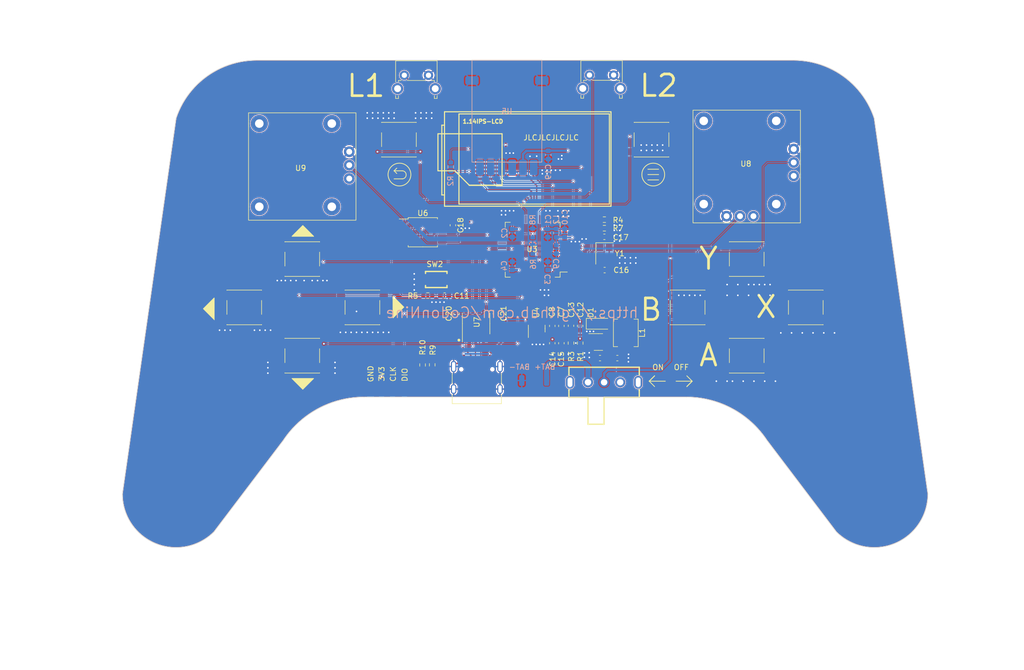
<source format=kicad_pcb>
(kicad_pcb (version 20221018) (generator pcbnew)
  (layers (0 "F.Cu" mixed) (1 "In1.Cu" power "In1.Pwr") (2 "In2.Cu" power "In2.GND") (31 "B.Cu" signal) (34 "B.Paste" user) (35 "F.Paste" user) (36 "B.SilkS" user "B.Silkscreen") (37 "F.SilkS" user "F.Silkscreen") (38 "B.Mask" user) (39 "F.Mask" user) (44 "Edge.Cuts" user))
  (net 0 "")
  (net 1 "+3.3V")
  (net 2 "GND")
  (net 3 "+BATT")
  (net 4 "+5V")
  (net 5 "+3.3VA")
  (net 6 "/RST")
  (net 7 "/OSC_IN")
  (net 8 "/OSC_OUT")
  (net 9 "Net-(U7-V3)")
  (net 10 "/SW")
  (net 11 "+VDC")
  (net 12 "/D+")
  (net 13 "/D-")
  (net 14 "/FB")
  (net 15 "/SPI1_SCL")
  (net 16 "/AD_BATT")
  (net 17 "/BOOT0")
  (net 18 "/BOOT1")
  (net 22 "/S1")
  (net 23 "/S2")
  (net 24 "/S3")
  (net 25 "/S4")
  (net 26 "/S5")
  (net 27 "/S6")
  (net 28 "/S7")
  (net 29 "/S8")
  (net 30 "/S9")
  (net 31 "/S10")
  (net 32 "/S11")
  (net 33 "/S12")
  (net 37 "/SPI1_SDA")
  (net 38 "/SPI2_SCL")
  (net 39 "/RS")
  (net 40 "/RES")
  (net 41 "/CS1")
  (net 45 "/AD1")
  (net 46 "/AD2")
  (net 47 "/AD3")
  (net 48 "/2.4G_RST")
  (net 49 "/CE")
  (net 50 "/USART2_TX")
  (net 51 "/USART2_RX")
  (net 55 "/CS2")
  (net 56 "/SPI2_MISO")
  (net 57 "/SPI2_MOSI")
  (net 59 "/USART1_TX")
  (net 60 "/USART1_RX")
  (net 73 "/SWCLK")
  (net 74 "/SWDIO")
  (net 76 "Net-(J7-CC2)")
  (net 78 "Net-(J7-CC1)")
  (footprint "Package_SO:SOIC-8_5.23x5.23mm_P1.27mm" (layer "F.Cu") (at 130.95 96.25)
    (fp_text reference "U6")
    (fp_text value "W25Q128JVS")
  )
  (footprint "Package_QFP:LQFP-64_10x10mm_P0.5mm" (layer "F.Cu") (at 151.4 99.5 180)
    (fp_text reference "U3")
    (fp_text value "STM32F103RCTx")
  )
  (footprint "Package_TO_SOT_SMD:SOT-23-6" (layer "F.Cu") (at 163.6375 116.7)
    (fp_text reference "U1" hide)
    (fp_text value "SX1308")
  )
  (footprint "Connector_Wire:SolderWirePad_1x01_SMD_1x2mm" (layer "F.Cu") (at 127.518334 125.725 180)
    (fp_text reference "J3" hide)
    (fp_text value "Conn_01x01_Pin")
  )
  (footprint "Crystal:Crystal_SMD_3225-4Pin_3.2x2.5mm" (layer "F.Cu") (at 164.8 100.2 -90)
    (fp_text reference "Y1")
    (fp_text value "8M")
  )
  (footprint "Button_Switch_SMD:SW_Push_1P1T_NO_6x6mm_H9.5mm" (layer "F.Cu") (at 173.525 79)
    (fp_text reference "SW11" hide)
    (fp_text value "SW_Push")
  )
  (footprint "Button_Switch_THT:SW-TH_SK12F14G5" (layer "F.Cu") (at 164.7 124.2)
    (fp_text reference "SW1" hide)
    (fp_text value "SK12F14G5")
  )
  (footprint "Resistor_SMD:R_0603_1608Metric" (layer "F.Cu") (at 164.75 93.9 180)
    (fp_text reference "R4")
    (fp_text value "150k")
  )
  (footprint "Capacitor_SMD:C_0603_1608Metric" (layer "F.Cu") (at 164.8 103.3)
    (fp_text reference "C16")
    (fp_text value "22p")
  )
  (footprint "Inductor_SMD:L_Chilisin_BMRA00040420" (layer "F.Cu") (at 168.7375 115 -90)
    (fp_text reference "L1")
    (fp_text value "L")
  )
  (footprint "Capacitor_SMD:C_0603_1608Metric" (layer "F.Cu") (at 155.05 113.7 -90)
    (fp_text reference "C8")
    (fp_text value "22u")
  )
  (footprint "Connector_USB:USB_C_Receptacle_G-Switch_GT-USB-7010ASV" (layer "F.Cu") (at 141 124.4)
    (fp_text reference "J7" hide)
    (fp_text value "USB_C_Receptacle_USB2.0")
  )
  (footprint "Capacitor_SMD:C_0603_1608Metric" (layer "F.Cu") (at 160.2375 113.7 -90)
    (fp_text reference "C12")
    (fp_text value "10u")
  )
  (footprint "Diode_SMD:D_SOD-123" (layer "F.Cu") (at 163.7375 113.3)
    (fp_text reference "D1")
    (fp_text value "D")
  )
  (footprint "Button_Switch_SMD:SW_Push_1P1T_NO_6x6mm_H9.5mm" (layer "F.Cu") (at 202.25 110.25)
    (fp_text reference "SW10" hide)
    (fp_text value "SW_Push")
  )
  (footprint "Package_SO:SOP-8_3.9x4.9mm_P1.27mm" (layer "F.Cu") (at 140.8675 113.25 90)
    (fp_text reference "U7")
    (fp_text value "~")
  )
  (footprint "Capacitor_SMD:C_0603_1608Metric" (layer "F.Cu") (at 137.225 111.4 90)
    (fp_text reference "C20")
    (fp_text value "0.1u")
  )
  (footprint "Button_Switch_SMD:SW_Push_1P1T_NO_6x6mm_H9.5mm" (layer "F.Cu") (at 108.5 101.25)
    (fp_text reference "SW3" hide)
    (fp_text value "SW_Push")
  )
  (footprint "Button_Switch_SMD:SW-SMD_L4.0-W2.9-LS4.8-1" (layer "F.Cu") (at 133.45 105.05 180)
    (fp_text reference "SW2")
    (fp_text value "SW_Push")
  )
  (footprint "Button_Switch_THT:SW_Tactile_SPST_Angled_PTS645Vx39-2LFS" (layer "F.Cu") (at 127.5 67)
    (fp_text reference "SW13" hide)
    (fp_text value "SW_Push")
  )
  (footprint "Resistor_SMD:R_0603_1608Metric" (layer "F.Cu") (at 130.9 120.975 90)
    (fp_text reference "R10")
    (fp_text value "4.7k")
  )
  (footprint "Capacitor_SMD:C_0603_1608Metric" (layer "F.Cu") (at 163.9375 119.7 180)
    (fp_text reference "C5" hide)
    (fp_text value "0.1u")
  )
  (footprint "Connector_Wire:SolderWirePad_1x01_SMD_1x2mm" (layer "F.Cu") (at 123.261667 125.725 180)
    (fp_text reference "J5" hide)
    (fp_text value "Conn_01x01_Pin")
  )
  (footprint "Resistor_SMD:R_0603_1608Metric" (layer "F.Cu") (at 132.7 120.95 90)
    (fp_text reference "R9")
    (fp_text value "4.7k")
  )
  (footprint "Capacitor_SMD:C_0603_1608Metric" (layer "F.Cu") (at 136.55 94.95 -90)
    (fp_text reference "C18")
    (fp_text value "0.1u")
  )
  (footprint "Button_Switch_SMD:SW_Push_1P1T_NO_6x6mm_H9.5mm" (layer "F.Cu") (at 180.25 110.25 180)
    (fp_text reference "SW9" hide)
    (fp_text value "SW_Push")
  )
  (footprint "Capacitor_SMD:C_0603_1608Metric" (layer "F.Cu") (at 156.75 113.7 -90)
    (fp_text reference "C7")
    (fp_text value "0.1u")
  )
  (footprint "Resistor_SMD:R_0603_1608Metric" (layer "F.Cu") (at 160.25 116.9 -90)
    (fp_text reference "R1")
    (fp_text value "150k")
  )
  (footprint "Button_Switch_SMD:SW_Push_1P1T_NO_6x6mm_H9.5mm" (layer "F.Cu") (at 108.5 119.25)
    (fp_text reference "SW6" hide)
    (fp_text value "SW_Push")
  )
  (footprint "Capacitor_SMD:C_0603_1608Metric" (layer "F.Cu") (at 135 108.05)
    (fp_text reference "C11")
    (fp_text value "0.1u")
  )
  (footprint "Capacitor_SMD:C_0603_1608Metric" (layer "F.Cu") (at 156.75 116.925 -90)
    (fp_text reference "C15")
    (fp_text value "10u")
  )
  (footprint "Capacitor_SMD:C_0603_1608Metric" (layer "F.Cu") (at 144.55 111.4 -90)
    (fp_text reference "C21")
    (fp_text value "0.1u")
  )
  (footprint "Capacitor_SMD:C_0603_1608Metric" (layer "F.Cu") (at 164.75 97.1 180)
    (fp_text reference "C17")
    (fp_text value "22p")
  )
  (footprint "Package_TO_SOT_SMD:SOT-23" (layer "F.Cu") (at 152.15 114.2 90)
    (fp_text reference "U4")
    (fp_text value "ME6206A33M3G")
  )
  (footprint "Capacitor_SMD:C_0603_1608Metric" (layer "F.Cu") (at 167.1625 119.7)
    (fp_text reference "C6" hide)
    (fp_text value "22u")
  )
  (footprint "Button_Switch_THT:SW_Tactile_SPST_Angled_PTS645Vx39-2LFS" (layer "F.Cu") (at 161.975 66.9625)
    (fp_text reference "SW14" hide)
    (fp_text value "SW_Push")
  )
  (footprint "Button_Switch_SMD:SW_Push_1P1T_NO_6x6mm_H9.5mm" (layer "F.Cu") (at 191.25 101.25)
    (fp_text reference "SW7" hide)
    (fp_text value "SW_Push")
  )
  (footprint "Display:1.14IPS-LCD" (layer "F.Cu") (at 142.655 82.79 180)
    (fp_text reference "U2" hide)
    (fp_text value "IPS_1.14_135X240_ST7789_13P顶层" hide)
  )
  (footprint "Button_Switch_SMD:SW_Push_1P1T_NO_6x6mm_H9.5mm" (layer "F.Cu") (at 97.7 110.25)
    (fp_text reference "SW4" hide)
    (fp_text value "SW_Push")
  )
  (footprint "摇杆:摇杆16x16一字不回中" (layer "F.Cu") (at 100.5 76)
    (fp_text reference "U9")
    (fp_text value "10k")
  )
  (footprint "Button_Switch_SMD:SW_Push_1P1T_NO_6x6mm_H9.5mm" (layer "F.Cu") (at 119.7 110.25)
    (fp_text reference "SW5" hide)
    (fp_text value "SW_Push")
  )
  (footprint "Connector_Wire:SolderWirePad_1x01_SMD_1x2mm" (layer "F.Cu") (at 125.3 125.725 180)
    (fp_text reference "J4" hide)
    (fp_text value "Conn_01x01_Pin")
  )
  (footprint "Capacitor_SMD:C_0603_1608Metric" (layer "F.Cu") (at 155.05 116.925 -90)
    (fp_text reference "C14")
    (fp_text value "0.1u")
  )
  (footprint "Capacitor_SMD:C_0603_1608Metric" (layer "F.Cu") (at 158.5375 113.675 -90)
    (fp_text reference "C13")
    (fp_text value "0.1u")
  )
  (footprint "Button_Switch_SMD:SW_Push_1P1T_NO_6x6mm_H9.5mm" (layer "F.Cu") (at 126.5 79 180)
    (fp_text reference "SW12" hide)
    (fp_text value "SW_Push")
  )
  (footprint "Connector_Wire:SolderWirePad_1x01_SMD_1x2mm" (layer "F.Cu") (at 121.223334 125.725 180)
    (fp_text reference "J6" hide)
    (fp_text value "Conn_01x01_Pin")
  )
  (footprint "Resistor_SMD:R_0603_1608Metric" (layer "F.Cu") (at 131.875 108.05)
    (fp_text reference "R5")
    (fp_text value "10k")
  )
  (footprint "Resistor_SMD:R_0603_1608Metric" (layer "F.Cu") (at 158.5375 116.9 90)
    (fp_text reference "R3")
    (fp_text value "20.5k")
  )
  (footprint "Button_Switch_SMD:SW_Push_1P1T_NO_6x6mm_H9.5mm" (layer "F.Cu") (at 191.25 119.25)
    (fp_text reference "SW8" hide)
    (fp_text value "SW_Push")
  )
  (footprint "摇杆:16x16 360度回中" (layer "F.Cu") (at 183.25 75.5)
    (fp_text reference "U8")
    (fp_text value "10k")
  )
  (footprint "Resistor_SMD:R_0603_1608Metric" (layer "F.Cu") (at 164.75 95.5)
    (fp_text reference "R7")
    (fp_text value "20.5k")
  )
  (footprint "Capacitor_SMD:C_0603_1608Metric" (layer "B.Cu") (at 147.6 102.5 90)
    (fp_text reference "C4")
    (fp_text value "0.1u")
  )
  (footprint "Capacitor_SMD:C_0603_1608Metric" (layer "B.Cu") (at 154.2 96.4 -90)
    (fp_text reference "C1")
    (fp_text value "0.1u")
  )
  (footprint "Resistor_SMD:R_0603_1608Metric" (layer "B.Cu") (at 151.4 99.45 90)
    (fp_text reference "R6")
    (fp_text value "10k")
  )
  (footprint "Capacitor_SMD:C_0603_1608Metric" (layer "B.Cu") (at 154.3 81.85 90)
    (fp_text reference "C19")
    (fp_text value "0.1u")
  )
  (footprint "Capacitor_SMD:C_0603_1608Metric" (layer "B.Cu") (at 155.8 99.45 -90)
    (fp_text reference "C9")
    (fp_text value "10u")
  )
  (footprint "Resistor_SMD:R_0603_1608Metric" (layer "B.Cu") (at 151.4 96.4 90)
    (fp_text reference "R8")
    (fp_text value "10k")
  )
  (footprint "Inductor_SMD:L_0603_1608Metric" (layer "B.Cu") (at 155.8 96.3875 -90)
    (fp_text reference "L2")
    (fp_text value "10R 100M")
  )
  (footprint "Connector_Wire:SolderWirePad_1x01_SMD_1x2mm" (layer "B.Cu") (at 149.375 123.875 180)
    (fp_text reference "BAT-")
    (fp_text value "Conn_01x01_Pin")
  )
  (footprint "Connector_Wire:SolderWirePad_1x01_SMD_1x2mm" (layer "B.Cu") (at 154 123.875 180)
    (fp_text reference "BAT+")
    (fp_text value "Conn_01x01_Pin")
  )
  (footprint "Resistor_SMD:R_0603_1608Metric" (layer "B.Cu") (at 136.15 84.075 -90)
    (fp_text reference "R2")
    (fp_text value "1k")
  )
  (footprint "Capacitor_SMD:C_0603_1608Metric" (layer "B.Cu") (at 154.2 102.5 90)
    (fp_text reference "C3")
    (fp_text value "0.1u")
  )
  (footprint "Capacitor_SMD:C_0603_1608Metric" (layer "B.Cu") (at 147.6 96.4 -90)
    (fp_text reference "C2")
    (fp_text value "0.1u")
  )
  (footprint "RF_Module:2.4G-UART" (layer "B.Cu") (at 146.6 73.68 180)
    (fp_text reference "U5")
    (fp_text value "2.4G-UART")
  )
  (footprint "Capacitor_SMD:C_0603_1608Metric" (layer "B.Cu") (at 157.35 96.4 90)
    (fp_text reference "C10")
    (fp_text value "0.1u")
  )
  (gr_circle (center 173.85 85.5) (end 175.35 87) (stroke (width 0.15)) (fill none) (layer "F.SilkS"))
  (gr_poly (pts (xy 106.6 97) (xy 108.6 95) (xy 110.6 97)) (stroke (width 0.15)) (fill solid) (layer "F.SilkS"))
  (gr_line (start 125.6 84.8) (end 126.1 84.3) (stroke (width 0.15)) (layer "F.SilkS"))
  (gr_line (start 172.85 85.5) (end 174.85 85.5) (stroke (width 0.15)) (layer "F.SilkS"))
  (gr_line (start 125.6 86.3) (end 127.1 86.3) (stroke (width 0.15)) (layer "F.SilkS"))
  (gr_line (start 172.85 84.5) (end 174.85 84.5) (stroke (width 0.15)) (layer "F.SilkS"))
  (gr_line (start 181.1 124) (end 180.1 125) (stroke (width 0.15)) (layer "F.SilkS"))
  (gr_line (start 172.85 86.5) (end 174.85 86.5) (stroke (width 0.15)) (layer "F.SilkS"))
  (gr_line (start 173.1 124) (end 174.1 125) (stroke (width 0.15)) (layer "F.SilkS"))
  (gr_line (start 181.1 124) (end 178.1 124) (stroke (width 0.15)) (layer "F.SilkS"))
  (gr_line (start 127.1 84.8) (end 125.6 84.8) (stroke (width 0.15)) (layer "F.SilkS"))
  (gr_line (start 174.1 123) (end 173.1 124) (stroke (width 0.15)) (layer "F.SilkS"))
  (gr_poly (pts (xy 125.4 108.2) (xy 127.4 110.2) (xy 125.4 112.2)) (stroke (width 0.15)) (fill solid) (layer "F.SilkS"))
  (gr_poly (pts (xy 110.6 123.5) (xy 108.6 125.5) (xy 106.6 123.5)) (stroke (width 0.15)) (fill solid) (layer "F.SilkS"))
  (gr_line (start 173.1 124) (end 174.1 123) (stroke (width 0.15)) (layer "F.SilkS"))
  (gr_poly (pts (xy 92.1 112.5) (xy 90.1 110.5) (xy 92.1 108.5)) (stroke (width 0.15)) (fill solid) (layer "F.SilkS"))
  (gr_arc (start 127.1 84.8) (mid 127.85 85.55) (end 127.1 86.3) (stroke (width 0.15)) (layer "F.SilkS"))
  (gr_line (start 181.1 124) (end 180.1 123) (stroke (width 0.15)) (layer "F.SilkS"))
  (gr_circle (center 126.6 85.5) (end 128.1 87) (stroke (width 0.15)) (fill none) (layer "F.SilkS"))
  (gr_line (start 173.1 124) (end 176.1 124) (stroke (width 0.15)) (layer "F.SilkS"))
  (gr_line (start 125.6 84.8) (end 126.1 85.3) (stroke (width 0.15)) (layer "F.SilkS"))
  (gr_line (start 180.1 125) (end 181.1 124) (stroke (width 0.15)) (layer "F.SilkS"))
  (gr_arc (start 85 75) (mid 90.754919 67.173135) (end 100 64.188612) (stroke (width 0.1)) (layer "Edge.Cuts"))
  (gr_line (start 200 64.188612) (end 100 64.188612) (stroke (width 0.1)) (layer "Edge.Cuts"))
  (gr_arc (start 105 135) (mid 111.49346 129.105385) (end 120 126.972244) (stroke (width 0.1)) (layer "Edge.Cuts"))
  (gr_line (start 92.071068 152.071068) (end 105 135) (stroke (width 0.1)) (layer "Edge.Cuts"))
  (gr_line (start 75 145) (end 85 75) (stroke (width 0.1)) (layer "Edge.Cuts"))
  (gr_arc (start 200 64.188612) (mid 209.245081 67.173135) (end 215 75) (stroke (width 0.1)) (layer "Edge.Cuts"))
  (gr_line (start 207.928932 152.071068) (end 195 135) (stroke (width 0.1)) (layer "Edge.Cuts"))
  (gr_line (start 225 145) (end 215 75) (stroke (width 0.1)) (layer "Edge.Cuts"))
  (gr_arc (start 92.071068 152.071068) (mid 81.173166 154.238796) (end 75 145) (stroke (width 0.1)) (layer "Edge.Cuts"))
  (gr_arc (start 225 145) (mid 218.826834 154.238795) (end 207.928932 152.071068) (stroke (width 0.1)) (layer "Edge.Cuts"))
  (gr_line (start 120 126.972244) (end 180 126.972244) (stroke (width 0.1)) (layer "Edge.Cuts"))
  (gr_arc (start 180 126.972244) (mid 188.50654 129.105385) (end 195 135) (stroke (width 0.1)) (layer "Edge.Cuts"))
  (gr_text "https://github.com/CodonNine" (at 171.2 112.4) (layer "B.SilkS") (effects (font (size 2 2) (thickness 0.2)) (justify left bottom mirror)))
  (gr_text "B" (at 171.1 113) (layer "F.SilkS") (effects (font (size 4 4) (thickness 0.5)) (justify left bottom)))
  (gr_text "GND" (at 121.825 124.25 90) (layer "F.SilkS") (effects (font (size 1 1)) (justify left bottom)))
  (gr_text "Y" (at 182.1 103.5) (layer "F.SilkS") (effects (font (size 4 4) (thickness 0.5)) (justify left bottom)))
  (gr_text "CLK" (at 126 124.175 90) (layer "F.SilkS") (effects (font (size 1 1)) (justify left bottom)))
  (gr_text "JLCJLCJLCJLC" (at 149.6 79.2) (layer "F.SilkS") (effects (font (size 1 1)) (justify left bottom)))
  (gr_text "DIO" (at 128.175 124.175 90) (layer "F.SilkS") (effects (font (size 1 1)) (justify left bottom)))
  (gr_text "A" (at 182.1 121.5) (layer "F.SilkS") (effects (font (size 4 4) (thickness 0.5)) (justify left bottom)))
  (gr_text "X" (at 192.6 112.5) (layer "F.SilkS") (effects (font (size 4 4) (thickness 0.5)) (justify left bottom)))
  (gr_text "L1" (at 116.5 71.31) (layer "F.SilkS") (effects (font (size 4 4) (thickness 0.5)) (justify left bottom)))
  (gr_text "L2" (at 171 71.2725) (layer "F.SilkS") (effects (font (size 4 4) (thickness 0.5)) (justify left bottom)))
  (gr_text "ON" (at 173.6 122) (layer "F.SilkS") (effects (font (size 1 1)) (justify left bottom)))
  (gr_text "3V3" (at 123.875 124.125 90) (layer "F.SilkS") (effects (font (size 1 1)) (justify left bottom)))
  (gr_text "OFF" (at 177.6 122) (layer "F.SilkS") (effects (font (size 1 1)) (justify left bottom)))
  (segment (start 123.261667 123.111667) (end 123.25 123.1) (width 0.5) (layer "F.Cu") (net 1))
  (segment (start 153.95 95.65) (end 153.25 95.65) (width 0.3) (layer "F.Cu") (net 1))
  (segment (start 139.4 80.725) (end 139.435 80.69) (width 0.2) (layer "F.Cu") (net 1))
  (segment (start 155.15 105.175) (end 155.15 103.4) (width 0.3) (layer "F.Cu") (net 1))
  (segment (start 146.4 80.3) (end 146.4 79.7) (width 0.35) (layer "F.Cu") (net 1))
  (segment (start 139.435 80.69) (end 142.655 80.69) (width 0.2) (layer "F.Cu") (net 1))
  (segment (start 132.765 96.885) (end 134.035 95.615) (width 0.4) (layer "F.Cu") (net 1))
  (segment (start 145.99 79.29) (end 142.655 79.29) (width 0.35) (layer "F.Cu") (net 1))
  (segment (start 145.725 103.25) (end 148.75 103.25) (width 0.3) (layer "F.Cu") (net 1))
  (segment (start 134.55 94.345) (end 136.33 94.345) (width 0.4) (layer "F.Cu") (net 1))
  (segment (start 148.75 103.25) (end 148.8 103.3) (width 0.3) (layer "F.Cu") (net 1))
  (segment (start 155.1 103.25) (end 155.05 103.3) (width 0.3) (layer "F.Cu") (net 1))
  (segment (start 125.1 105.95) (end 125.1 98.65) (width 0.2) (layer "F.Cu") (net 1))
  (segment (start 127.2 108.05) (end 125.1 105.95) (width 0.2) (layer "F.Cu") (net 1))
  (segment (start 157.075 103.25) (end 155.1 103.25) (width 0.3) (layer "F.Cu") (net 1))
  (segment (start 154.15 95.45) (end 153.95 95.65) (width 0.3) (layer "F.Cu") (net 1))
  (segment (start 127.35 96.885) (end 132.765 96.885) (width 0.4) (layer "F.Cu") (net 1))
  (segment (start 125.1 98.65) (end 126.865 96.885) (width 0.2) (layer "F.Cu") (net 1))
  (segment (start 131.05 108.05) (end 127.2 108.05) (width 0.2) (layer "F.Cu") (net 1))
  (segment (start 142.655 80.69) (end 146.01 80.69) (width 0.35) (layer "F.Cu") (net 1))
  (segment (start 139.95 94.35) (end 139.9 94.3) (width 0.3) (layer "F.Cu") (net 1))
  (segment (start 147.65 95.5) (end 147.8 95.65) (width 0.3) (layer "F.Cu") (net 1))
  (segment (start 155.15 103.4) (end 155.05 103.3) (width 0.3) (layer "F.Cu") (net 1))
  (segment (start 123.261667 125.725) (end 123.261667 123.111667) (width 0.5) (layer "F.Cu") (net 1))
  (segment (start 147.8 95.65) (end 148.8 95.65) (width 0.3) (layer "F.Cu") (net 1))
  (segment (start 154.15 93.825) (end 154.15 95.45) (width 0.3) (layer "F.Cu") (net 1))
  (segment (start 139.9 94.3) (end 136.725 94.3) (width 0.3) (layer "F.Cu") (net 1))
  (segment (start 146.01 80.69) (end 146.4 80.3) (width 0.35) (layer "F.Cu") (net 1))
  (segment (start 146.4 79.7) (end 145.99 79.29) (width 0.35) (layer "F.Cu") (net 1))
  (segment (start 147.65 93.825) (end 147.65 95.5) (width 0.3) (layer "F.Cu") (net 1))
  (segment (start 134.55 94.345) (end 134.55 95.615) (width 0.4) (layer "F.Cu") (net 1))
  (via (at 139.95 94.35) (size 0.5) (drill 0.3) (layers "F.Cu" "B.Cu") (net 1))
  (via (at 148.8 103.3) (size 0.5) (drill 0.3) (layers "F.Cu" "B.Cu") (net 1))
  (via (at 155.075 116.2) (size 0.5) (drill 0.3) (layers "F.Cu" "B.Cu") (net 1))
  (via (at 139.4 80.725) (size 0.5) (drill 0.3) (layers "F.Cu" "B.Cu") (net 1))
  (via (at 123.25 123.1) (size 0.5) (drill 0.3) (layers "F.Cu" "B.Cu") (net 1))
  (via (at 155.05 103.3) (size 0.5) (drill 0.3) (layers "F.Cu" "B.Cu") (net 1))
  (via (at 157.95 81.05) (size 0.5) (drill 0.3) (layers "F.Cu" "B.Cu") (net 1))
  (via (at 146.4 79.95) (size 0.5) (drill 0.3) (layers "F.Cu" "B.Cu") (net 1))
  (via (at 153.25 95.65) (size 0.5) (drill 0.3) (layers "F.Cu" "B.Cu") (net 1))
  (via (at 148.8 95.65) (size 0.5) (drill 0.3) (layers "F.Cu" "B.Cu") (net 1))
  (segment (start 136.45 80.725) (end 136.15 81.025) (width 0.2) (layer "B.Cu") (net 1))
  (segment (start 157.95 81.05) (end 154.325 81.05) (width 0.5) (layer "B.Cu") (net 1))
  (segment (start 148.8 103.3) (end 147.625 103.3) (width 0.5) (layer "B.Cu") (net 1))
  (segment (start 136.15 81.025) (end 136.15 83.25) (width 0.2) (layer "B.Cu") (net 1))
  (segment (start 149.6 81.7) (end 150.2 81.1) (width 0.5) (layer "B.Cu") (net 1))
  (segment (start 149.6 84.18) (end 149.6 81.7) (width 0.5) (layer "B.Cu") (net 1))
  (segment (start 148.8 95.65) (end 147.625 95.65) (width 0.5) (layer "B.Cu") (net 1))
  (segment (start 150.2 81.1) (end 154.175 81.1) (width 0.5) (layer "B.Cu") (net 1))
  (segment (start 153.25 95.65) (end 154.175 95.65) (width 0.5) (layer "B.Cu") (net 1))
  (segment (start 139.4 80.725) (end 136.45 80.725) (width 0.2) (layer "B.Cu") (net 1))
  (segment (start 155.025 103.275) (end 155.05 103.3) (width 0.5) (layer "B.Cu") (net 1))
  (segment (start 154.2 103.275) (end 155.025 103.275) (width 0.5) (layer "B.Cu") (net 1))
  (segment (start 154.2 95.625) (end 155.775 95.625) (width 0.5) (layer "B.Cu") (net 1))
  (via (at 158.1 92.25) (size 0.5) (drill 0.3) (layers "F.Cu" "B.Cu") (net 2))
  (via (at 173.6 80) (size 0.5) (drill 0.3) (layers "F.Cu" "B.Cu") (net 2))
  (via (at 156.5 84.7) (size 0.5) (drill 0.3) (layers "F.Cu" "B.Cu") (net 2))
  (via (at 199.6 115) (size 0.5) (drill 0.3) (layers "F.Cu" "B.Cu") (net 2))
  (via (at 129.35 104) (size 0.5) (drill 0.3) (layers "F.Cu" "B.Cu") (net 2))
  (via (at 191.6 106) (size 0.5) (drill 0.3) (layers "F.Cu" "B.Cu") (net 2))
  (via (at 123.6 75) (size 0.5) (drill 0.3) (layers "F.Cu" "B.Cu") (net 2))
  (via (at 156.2 82.6) (size 0.5) (drill 0.3) (layers "F.Cu" "B.Cu") (net 2))
  (via (at 105.35 105.25) (size 0.5) (drill 0.3) (layers "F.Cu" "B.Cu") (net 2))
  (via (at 153.6 107) (size 0.5) (drill 0.3) (layers "F.Cu" "B.Cu") (net 2))
  (via (at 138.1 95.5) (size 0.5) (drill 0.3) (layers "F.Cu" "B.Cu") (net 2))
  (via (at 147.8 81.5) (size 0.5) (drill 0.3) (layers "F.Cu" "B.Cu") (net 2))
  (via (at 167.6 102) (size 0.5) (drill 0.3) (layers "F.Cu" "B.Cu") (net 2))
  (via (at 174.6 80) (size 0.5) (drill 0.3) (layers "F.Cu" "B.Cu") (net 2))
  (via (at 187.6 124) (size 0.5) (drill 0.3) (layers "F.Cu" "B.Cu") (net 2))
  (via (at 103.85 105.25) (size 0.5) (drill 0.3) (layers "F.Cu" "B.Cu") (net 2))
  (via (at 95.1 114.5) (size 0.5) (drill 0.3) (layers "F.Cu" "B.Cu") (net 2))
  (via (at 161.025 119.525) (size 0.5) (drill 0.3) (layers "F.Cu" "B.Cu") (net 2))
  (via (at 125.6 75) (size 0.5) (drill 0.3) (layers "F.Cu" "B.Cu") (net 2))
  (via (at 153.175 84.7) (size 0.5) (drill 0.3) (layers "F.Cu" "B.Cu") (net 2))
  (via (at 154.35 107) (size 0.5) (drill 0.3) (layers "F.Cu" "B.Cu") (net 2))
  (via (at 131.6 75) (size 0.5) (drill 0.3) (layers "F.Cu" "B.Cu") (net 2))
  (via (at 147.15 81.5) (size 0.5) (drill 0.3) (layers "F.Cu" "B.Cu") (net 2))
  (via (at 180.6 108) (size 0.5) (drill 0.3) (layers "F.Cu" "B.Cu") (net 2))
  (via (at 156.725 118.95) (size 0.5) (drill 0.3) (layers "F.Cu" "B.Cu") (net 2))
  (via (at 187.6 108) (size 0.5) (drill 0.3) (layers "F.Cu" "B.Cu") (net 2))
  (via (at 107.35 105.25) (size 0.5) (drill 0.3) (layers "F.Cu" "B.Cu") (net 2))
  (via (at 130.6 75) (size 0.5) (drill 0.3) (layers "F.Cu" "B.Cu") (net 2))
  (via (at 145.6 93) (size 0.5) (drill 0.3) (layers "F.Cu" "B.Cu") (net 2))
  (via (at 170.6 102) (size 0.5) (drill 0.3) (layers "F.Cu" "B.Cu") (net 2))
  (via (at 190.6 124) (size 0.5) (drill 0.3) (layers "F.Cu" "B.Cu") (net 2))
  (via (at 167.6 95.9) (size 0.5) (drill 0.3) (layers "F.Cu" "B.Cu") (net 2))
  (via (at 111.35 105.25) (size 0.5) (drill 0.3) (layers "F.Cu" "B.Cu") (net 2))
  (via (at 197.6 115) (size 0.5) (drill 0.3) (layers "F.Cu" "B.Cu") (net 2))
  (via (at 134.9 109.275) (size 0.5) (drill 0.3) (layers "F.Cu" "B.Cu") (net 2))
  (via (at 145.6 92.25) (size 0.5) (drill 0.3) (layers "F.Cu" "B.Cu") (net 2))
  (via (at 122.6 75) (size 0.5) (drill 0.3) (layers "F.Cu" "B.Cu") (net 2))
  (via (at 167.6 94.9) (size 0.5) (drill 0.3) (layers "F.Cu" "B.Cu") (net 2))
  (via (at 120.6 75) (size 0.5) (drill 0.3) (layers "F.Cu" "B.Cu") (net 2))
  (via (at 153.6 108) (size 0.5) (drill 0.3) (layers "F.Cu" "B.Cu") (net 2))
  (via (at 195.6 106) (size 0.5) (drill 0.3) (layers "F.Cu" "B.Cu") (net 2))
  (via (at 169.225 120.375) (size 0.5) (drill 0.3) (layers "F.Cu" "B.Cu") (net 2))
  (via (at 156.825 81.975) (size 0.5) (drill 0.3) (layers "F.Cu" "B.Cu") (net 2))
  (via (at 124.6 114.9) (size 0.5) (drill 0.3) (layers "F.Cu" "B.Cu") (net 2))
  (via (at 152.075 117.15) (size 0.5) (drill 0.3) (layers "F.Cu" "B.Cu") (net 2))
  (via (at 139.6 95.5) (size 0.5) (drill 0.3) (layers "F.Cu" "B.Cu") (net 2))
  (via (at 157.1 93.25) (size 0.5) (drill 0.3) (layers "F.Cu" "B.Cu") (net 2))
  (via (at 151.35 117.15) (size 0.5) (drill 0.3) (layers "F.Cu" "B.Cu") (net 2))
  (via (at 102.1 120.5) (size 0.5) (drill 0.3) (layers "F.Cu" "B.Cu") (net 2))
  (via (at 157.1 92.25) (size 0.5) (drill 0.3) (layers "F.Cu" "B.Cu") (net 2))
  (via (at 188.6 124) (size 0.5) (drill 0.3) (layers "F.Cu" "B.Cu") (net 2))
  (via (at 112.35 105.25) (size 0.5) (drill 0.3) (layers "F.Cu" "B.Cu") (net 2))
  (via (at 129.35 106) (size 0.5) (drill 0.3) (layers "F.Cu" "B.Cu") (net 2))
  (via (at 156.1 92.25) (size 0.5) (drill 0.3) (layers "F.Cu" "B.Cu") (net 2))
  (via (at 168.6 102) (size 0.5) (drill 0.3) (layers "F.Cu" "B.Cu") (net 2))
  (via (at 178.6 108) (size 0.5) (drill 0.3) (layers "F.Cu" "B.Cu") (net 2))
  (via (at 146.35 92.25) (size 0.5) (drill 0.3) (layers "F.Cu" "B.Cu") (net 2))
  (via (at 181.6 108) (size 0.5) (drill 0.3) (layers "F.Cu" "B.Cu") (net 2))
  (via (at 114.6 122.5) (size 0.5) (drill 0.3) (layers "F.Cu" "B.Cu") (net 2))
  (via (at 161.475 114.725) (size 0.5) (drill 0.3) (layers "F.Cu" "B.Cu") (net 2))
  (via (at 173.6 81) (size 0.5) (drill 0.3) (layers "F.Cu" "B.Cu") (net 2))
  (via (at 189.6 108) (size 0.5) (drill 0.3) (layers "F.Cu" "B.Cu") (net 2))
  (via (at 129.35 105) (size 0.5) (drill 0.3) (layers "F.Cu" "B.Cu") (net 2))
  (via (at 152.75 117.15) (size 0.5) (drill 0.3) (layers "F.Cu" "B.Cu") (net 2))
  (via (at 189.6 106) (size 0.5) (drill 0.3) (layers "F.Cu" "B.Cu") (net 2))
  (via (at 193.6 106) (size 0.5) (drill 0.3) (layers "F.Cu" "B.Cu") (net 2))
  (via (at 101.6 114.5) (size 0.5) (drill 0.3) (layers "F.Cu" "B.Cu") (net 2))
  (via (at 119.6 114.9) (size 0.5) (drill 0.3) (layers "F.Cu" "B.Cu") (net 2))
  (via (at 169.6 102) (size 0.5) (drill 0.3) (layers "F.Cu" "B.Cu") (net 2))
  (via (at 138.85 95.5) (size 0.5) (drill 0.3) (layers "F.Cu" "B.Cu") (net 2))
  (via (at 156.8 82.6) (size 0.5) (drill 0.3) (layers "F.Cu" "B.Cu") (net 2))
  (via (at 175.6 81) (size 0.5) (drill 0.3) (layers "F.Cu" "B.Cu") (net 2))
  (via (at 146.45 81.5) (size 0.5) (drill 0.3) (layers "F.Cu" "B.Cu") (net 2))
  (via (at 171.6 80) (size 0.5) (drill 0.3) (layers "F.Cu" "B.Cu") (net 2))
  (via (at 194.6 106) (size 0.5) (drill 0.3) (layers "F.Cu" "B.Cu") (net 2))
  (via (at 152.15 82.075) (size 0.5) (drill 0.3) (layers "F.Cu" "B.Cu") (net 2))
  (via (at 134.15 109.275) (size 0.5) (drill 0.3) (layers "F.Cu" "B.Cu") (net 2))
  (via (at 121.6 75) (size 0.5) (drill 0.3) (layers "F.Cu" "B.Cu") (net 2))
  (via (at 133.4 109.275) (size 0.5) (drill 0.3) (layers "F.Cu" "B.Cu") (net 2))
  (via (at 94.1 114.5) (size 0.5) (drill 0.3) (layers "F.Cu" "B.Cu") (net 2))
  (via (at 124.6 74) (size 0.5) (drill 0.3) (layers "F.Cu" "B.Cu") (net 2))
  (via (at 93.1 114.5) (size 0.5) (drill 0.3) (layers "F.Cu" "B.Cu") (net 2))
  (via (at 201.6 115) (size 0.5) (drill 0.3) (layers "F.Cu" "B.Cu") (net 2))
  (via (at 160.6 97.5) (size 0.5) (drill 0.3) (layers "F.Cu" "B.Cu") (net 2))
  (via (at 161.35 97.5) (size 0.5) (drill 0.3) (layers "F.Cu" "B.Cu") (net 2))
  (via (at 174.6 81) (size 0.5) (drill 0.3) (layers "F.Cu" "B.Cu") (net 2))
  (via (at 182.6 108) (size 0.5) (drill 0.3) (layers "F.Cu" "B.Cu") (net 2))
  (via (at 171.6 81) (size 0.5) (drill 0.3) (layers "F.Cu" "B.Cu") (net 2))
  (via (at 153.425 117.15) (size 0.5) (drill 0.3) (layers "F.Cu" "B.Cu") (net 2))
  (via (at 154.075 85.35) (size 0.5) (drill 0.3) (layers "F.Cu" "B.Cu") (net 2))
  (via (at 121.6 74) (size 0.5) (drill 0.3) (layers "F.Cu" "B.Cu") (net 2))
  (via (at 205.6 115) (size 0.5) (drill 0.3) (layers "F.Cu" "B.Cu") (net 2))
  (via (at 154.35 108) (size 0.5) (drill 0.3) (layers "F.Cu" "B.Cu") (net 2))
  (via (at 120.6 114.9) (size 0.5) (drill 0.3) (layers "F.Cu" "B.Cu") (net 2))
  (via (at 108.85 105.25) (size 0.5) (drill 0.3) (layers "F.Cu" "B.Cu") (net 2))
  (via (at 170.6 101) (size 0.5) (drill 0.3) (layers "F.Cu" "B.Cu") (net 2))
  (via (at 113.1 105.25) (size 0.5) (drill 0.3) (layers "F.Cu" "B.Cu") (net 2))
  (via (at 129.6 75) (size 0.5) (drill 0.3) (layers "F.Cu" "B.Cu") (net 2))
  (via (at 130.6 74) (size 0.5) (drill 0.3) (layers "F.Cu" "B.Cu") (net 2))
  (via (at 166.6 97.9) (size 0.5) (drill 0.3) (layers "F.Cu" "B.Cu") (net 2))
  (via (at 166.6 94.9) (size 0.5) (drill 0.3) (layers "F.Cu" "B.Cu") (net 2))
  (via (at 147.85 92.25) (size 0.5) (drill 0.3) (layers "F.Cu" "B.Cu") (net 2))
  (via (at 118.6 111) (size 0.5) (drill 0.3) (layers "F.Cu" "B.Cu") (net 2))
  (via (at 207.6 115) (size 0.5) (drill 0.3) (layers "F.Cu" "B.Cu") (net 2))
  (via (at 146.35 93) (size 0.5) (drill 0.3) (layers "F.Cu" "B.Cu") (net 2))
  (via (at 153.8695 92.25) (size 0.5) (drill 0.3) (layers "F.Cu" "B.Cu") (net 2))
  (via (at 100.6 114.5) (size 0.5) (drill 0.3) (layers "F.Cu" "B.Cu") (net 2))
  (via (at 158.025 118.95) (size 0.5) (drill 0.3) (layers "F.Cu" "B.Cu") (net 2))
  (via (at 167.6 97.9) (size 0.5) (drill 0.3) (layers "F.Cu" "B.Cu") (net 2))
  (via (at 117.6 114.9) (size 0.5) (drill 0.3) (layers "F.Cu" "B.Cu") (net 2))
  (via (at 102.1 121.5) (size 0.5) (drill 0.3) (layers "F.Cu" "B.Cu") (net 2))
  (via (at 104.6 105.25) (size 0.5) (drill 0.3) (layers "F.Cu" "B.Cu") (net 2))
  (via (at 159.35 98) (size 0.5) (drill 0.3) (layers "F.Cu" "B.Cu") (net 2))
  (via (at 159.425 116.9) (size 0.5) (drill 0.3) (layers "F.Cu" "B.Cu") (net 2))
  (via (at 102.1 122.5) (size 0.5) (drill 0.3) (layers "F.Cu" "B.Cu") (net 2))
  (via (at 161.95 119.575) (size 0.5) (drill 0.3) (layers "F.Cu" "B.Cu") (net 2))
  (via (at 162.725 114.725) (size 0.5) (drill 0.3) (layers "F.Cu" "B.Cu") (net 2))
  (via (at 156.1 93.25) (size 0.5) (drill 0.3) (layers "F.Cu" "B.Cu") (net 2))
  (via (at 122.6 74) (size 0.5) (drill 0.3) (layers "F.Cu" "B.Cu") (net 2))
  (via (at 203.6 115) (size 0.5) (drill 0.3) (layers "F.Cu" "B.Cu") (net 2))
  (via (at 116.6 114.9) (size 0.5) (drill 0.3) (layers "F.Cu" "B.Cu") (net 2))
  (via (at 194.6 124) (size 0.5) (drill 0.3) (layers "F.Cu" "B.Cu") (net 2))
  (via (at 153.2 85.35) (size 0.5) (drill 0.3) (layers "F.Cu" "B.Cu") (net 2))
  (via (at 192.6 106) (size 0.5) (drill 0.3) (layers "F.Cu" "B.Cu") (net 2))
  (via (at 166.6 96.9) (size 0.5) (drill 0.3) (layers "F.Cu" "B.Cu") (net 2))
  (via (at 169.6 101) (size 0.5) (drill 0.3) (layers "F.Cu" "B.Cu") (net 2))
  (via (at 129.35 107) (size 0.5) (drill 0.3) (layers "F.Cu" "B.Cu") (net 2))
  (via (at 120.6 74) (size 0.5) (drill 0.3) (layers "F.Cu" "B.Cu") (net 2))
  (via (at 160.1 98) (size 0.5) (drill 0.3) (layers "F.Cu" "B.Cu") (net 2))
  (via (at 196.6 124) (size 0.5) (drill 0.3) (layers "F.Cu" "B.Cu") (net 2))
  (via (at 158.1 93.25) (size 0.5) (drill 0.3) (layers "F.Cu" "B.Cu") (net 2))
  (via (at 161.05 118.75) (size 0.5) (drill 0.3) (layers "F.Cu" "B.Cu") (net 2))
  (via (at 166.6 95.9) (size 0.5) (drill 0.3) (layers "F.Cu" "B.Cu") (net 2))
  (via (at 147.1 92.25) (size 0.5) (drill 0.3) (layers "F.Cu" "B.Cu") (net 2))
  (via (at 132.6 74) (size 0.5) (drill 0.3) (layers "F.Cu" "B.Cu") (net 2))
  (via (at 191.6 108) (size 0.5) (drill 0.3) (layers "F.Cu" "B.Cu") (net 2))
  (via (at 124.6 75) (size 0.5) (drill 0.3) (layers "F.Cu" "B.Cu") (net 2))
  (via (at 169.225 119.675) (size 0.5) (drill 0.3) (layers "F.Cu" "B.Cu") (net 2))
  (via (at 168.6 101) (size 0.5) (drill 0.3) (layers "F.Cu" "B.Cu") (net 2))
  (via (at 195.6 108) (size 0.5) (drill 0.3) (layers "F.Cu" "B.Cu") (net 2))
  (via (at 123.6 74) (size 0.5) (drill 0.3) (layers "F.Cu" "B.Cu") (net 2))
  (via (at 192.6 124) (size 0.5) (drill 0.3) (layers "F.Cu" "B.Cu") (net 2))
  (via (at 154.85 84.7) (size 0.5) (drill 0.3) (layers "F.Cu" "B.Cu") (net 2))
  (via (at 158.6 98) (size 0.5) (drill 0.3) (layers "F.Cu" "B.Cu") (net 2))
  (via (at 155.075 119) (size 0.5) (drill 0.3) (layers "F.Cu" "B.Cu") (net 2))
  (via (at 118.6 114.9) (size 0.5) (drill 0.3) (layers "F.Cu" "B.Cu") (net 2))
  (via (at 129.6 74) (size 0.5) (drill 0.3) (layers "F.Cu" "B.Cu") (net 2))
  (via (at 132.65 109.275) (size 0.5) (drill 0.3) (layers "F.Cu" "B.Cu") (net 2))
  (via (at 152.85 107) (size 0.5) (drill 0.3) (layers "F.Cu" "B.Cu") (net 2))
  (via (at 167.6 101) (size 0.5) (drill 0.3) (layers "F.Cu" "B.Cu") (net 2))
  (via (at 161.925 118.7) (size 0.5) (drill 0.3) (layers "F.Cu" "B.Cu") (net 2))
  (via (at 154.075 84.7) (size 0.5) (drill 0.3) (layers "F.Cu" "B.Cu") (net 2))
  (via (at 114.6 120.5) (size 0.5) (drill 0.3) (layers "F.Cu" "B.Cu") (net 2))
  (via (at 154.6 92.25) (size 0.5) (drill 0.3) (layers "F.Cu" "B.Cu") (net 2))
  (via (at 193.6 108) (size 0.5) (drill 0.3) (layers "F.Cu" "B.Cu") (net 2))
  (via (at 169.25 119) (size 0.5) (drill 0.3) (layers "F.Cu" "B.Cu") (net 2))
  (via (at 175.6 80) (size 0.5) (drill 0.3) (layers "F.Cu" "B.Cu") (net 2))
  (via (at 187.6 106) (size 0.5) (drill 0.3) (layers "F.Cu" "B.Cu") (net 2))
  (via (at 179.6 108) (size 0.5) (drill 0.3) (layers "F.Cu" "B.Cu") (net 2))
  (via (at 125.6 74) (size 0.5) (drill 0.3) (layers "F.Cu" "B.Cu") (net 2))
  (via (at 99.6 114.5) (size 0.5) (drill 0.3) (layers "F.Cu" "B.Cu") (net 2))
  (via (at 102.6 114.5) (size 0.5) (drill 0.3) (layers "F.Cu" "B.Cu") (net 2))
  (via (at 167.6 96.9) (size 0.5) (drill 0.3) (layers "F.Cu" "B.Cu") (net 2))
  (via (at 110.35 105.25) (size 0.5) (drill 0.3) (layers "F.Cu" "B.Cu") (net 2))
  (via (at 122.6 114.9) (size 0.5) (drill 0.3) (layers "F.Cu" "B.Cu") (net 2))
  (via (at 121.6 114.9) (size 0.5) (drill 0.3) (layers "F.Cu" "B.Cu") (net 2))
  (via (at 114.6 121.5) (size 0.5) (drill 0.3) (layers "F.Cu" "B.Cu") (net 2))
  (via (at 131.6 74) (size 0.5) (drill 0.3) (layers "F.Cu" "B.Cu") (net 2))
  (via (at 106.35 105.25) (size 0.5) (drill 0.3) (layers "F.Cu" "B.Cu") (net 2))
  (via (at 132.6 75) (size 0.5) (drill 0.3) (layers "F.Cu" "B.Cu") (net 2))
  (via (at 123.6 114.9) (size 0.5) (drill 0.3) (layers "F.Cu" "B.Cu") (net 2))
  (via (at 155.65 84.7) (size 0.5) (drill 0.3) (layers "F.Cu" "B.Cu") (net 2))
  (via (at 162.075 114.725) (size 0.5) (drill 0.3) (layers "F.Cu" "B.Cu") (net 2))
  (via (at 150.9 82.1) (size 0.5) (drill 0.3) (layers "F.Cu" "B.Cu") (net 2))
  (via (at 172.6 80) (size 0.5) (drill 0.3) (layers "F.Cu" "B.Cu") (net 2))
  (via (at 185.6 124) (size 0.5) (drill 0.3) (layers "F.Cu" "B.Cu") (net 2))
  (via (at 172.6 81) (size 0.5) (drill 0.3) (layers "F.Cu" "B.Cu") (net 2))
  (via (at 115.6 114.9) (size 0.5) (drill 0.3) (layers "F.Cu" "B.Cu") (net 2))
  (segment (start 175.95 93.9) (end 165.575 93.9) (width 0.5) (layer "F.Cu") (net 3))
  (segment (start 177 94.95) (end 175.95 93.9) (width 0.5) (layer "F.Cu") (net 3))
  (segment (start 177 101.1) (end 177 94.95) (width 0.5) (layer "F.Cu") (net 3))
  (via (at 177 101.1) (size 0.5) (drill 0.3) (layers "F.Cu" "B.Cu") (net 3))
  (segment (start 164.7 124.2) (end 164.7 122.55) (width 0.5) (layer "B.Cu") (net 3))
  (segment (start 165.35 121.9) (end 175.25 121.9) (width 0.5) (layer "B.Cu") (net 3))
  (segment (start 177 120.15) (end 177 101.1) (width 0.5) (layer "B.Cu") (net 3))
  (segment (start 164.7 122.55) (end 165.35 121.9) (width 0.5) (layer "B.Cu") (net 3))
  (segment (start 175.25 121.9) (end 177 120.15) (width 0.5) (layer "B.Cu") (net 3))
  (segment (start 146.4 115.9) (end 146.4 112.5) (width 0.4) (layer "F.Cu") (net 4))
  (segment (start 151.3875 112.5) (end 152.15 113.2625) (width 0.4) (layer "F.Cu") (net 4))
  (segment (start 150.05 112.5) (end 151.3875 112.5) (width 0.4) (layer "F.Cu") (net 4))
  (segment (start 146.4 112.475) (end 144.55 110.625) (width 0.4) (layer "F.Cu") (net 4))
  (segment (start 138.6 120.675) (end 138.6 118.9) (width 0.4) (layer "F.Cu") (net 4))
  (segment (start 146.4 112.5) (end 146.4 112.475) (width 0.4) (layer "F.Cu") (net 4))
  (segment (start 142.7725 110.625) (end 144.55 110.625) (width 0.5) (layer "F.Cu") (net 4))
  (segment (start 143.4 120.675) (end 143.4 118.9) (width 0.4) (layer "F.Cu") (net 4))
  (segment (start 143.4 118.9) (end 146.4 115.9) (width 0.4) (layer "F.Cu") (net 4))
  (via (at 138.6 118.9) (size 0.5) (drill 0.3) (layers "F.Cu" "B.Cu") (net 4))
  (via (at 160.225 116.075) (size 0.5) (drill 0.3) (layers "F.Cu" "B.Cu") (net 4))
  (via (at 143.4 118.9) (size 0.5) (drill 0.3) (layers "F.Cu" "B.Cu") (net 4))
  (via (at 150.05 112.5) (size 0.5) (drill 0.3) (layers "F.Cu" "B.Cu") (net 4))
  (via (at 146.4 112.5) (size 0.5) (drill 0.3) (layers "F.Cu" "B.Cu") (net 4))
  (via (at 160.2375 112.925) (size 0.5) (drill 0.3) (layers "F.Cu" "B.Cu") (net 4))
  (segment (start 160.225 116.075) (end 160.225 112.9375) (width 0.3) (layer "B.Cu") (net 4))
  (segment (start 146.4 112.5) (end 150.05 112.5) (width 0.4) (layer "B.Cu") (net 4))
  (segment (start 160.225 112.9375) (end 160.2375 112.925) (width 0.3) (layer "B.Cu") (net 4))
  (segment (start 143.4 118.9) (end 138.6 118.9) (width 0.4) (layer "B.Cu") (net 4))
  (segment (start 157.25 97.225) (end 158.725 97.225) (width 0.3) (layer "F.Cu") (net 5))
  (segment (start 157.225 97.25) (end 157.25 97.225) (width 0.3) (layer "F.Cu") (net 5))
  (segment (start 158.725 97.225) (end 158.75 97.25) (width 0.3) (layer "F.Cu") (net 5))
  (via (at 158.75 97.25) (size 0.5) (drill 0.3) (layers "F.Cu" "B.Cu") (net 5))
  (segment (start 158.75 97.25) (end 157.425 97.25) (width 0.3) (layer "B.Cu") (net 5))
  (segment (start 155.8 97.175) (end 157.35 97.175) (width 0.5) (layer "B.Cu") (net 5))
  (segment (start 155.8 98.675) (end 155.8 97.175) (width 0.3) (layer "B.Cu") (net 5))
  (segment (start 134.225 108.05) (end 135.65 106.625) (width 0.2) (layer "F.Cu") (net 6))
  (segment (start 143.2 99.3) (end 143.25 99.35) (width 0.2) (layer "F.Cu") (net 6))
  (segment (start 135.65 105.05) (end 135.65 99.95) (width 0.2) (layer "F.Cu") (net 6))
  (segment (start 135.65 106.625) (end 135.65 105.05) (width 0.2) (layer "F.Cu") (net 6))
  (segment (start 136.3 99.3) (end 143.2 99.3) (width 0.2) (layer "F.Cu") (net 6))
  (segment (start 134.225 108.05) (end 132.7 108.05) (width 0.2) (layer "F.Cu") (net 6))
  (segment (start 135.65 99.95) (end 136.3 99.3) (width 0.2) (layer "F.Cu") (net 6))
  (segment (start 155.4 100.25) (end 154.5 99.35) (width 0.2) (layer "F.Cu") (net 6))
  (segment (start 154.5 99.35) (end 147.5 99.35) (width 0.2) (layer "F.Cu") (net 6))
  (segment (start 157.075 100.25) (end 155.4 100.25) (width 0.2) (layer "F.Cu") (net 6))
  (via (at 147.5 99.35) (size 0.5) (drill 0.3) (layers "F.Cu" "B.Cu") (net 6))
  (via (at 143.25 99.35) (size 0.5) (drill 0.3) (layers "F.Cu" "B.Cu") (net 6))
  (segment (start 143.25 99.35) (end 147.5 99.35) (width 0.2) (layer "B.Cu") (net 6))
  (segment (start 162.05 101.25) (end 162.5 101.7) (width 0.2) (layer "F.Cu") (net 7))
  (segment (start 164.675 104.2) (end 165.575 103.3) (width 0.2) (layer "F.Cu") (net 7))
  (segment (start 157.075 101.25) (end 162.05 101.25) (width 0.2) (layer "F.Cu") (net 7))
  (segment (start 162.5 103.8) (end 162.9 104.2) (width 0.2) (layer "F.Cu") (net 7))
  (segment (start 162.9 104.2) (end 164.675 104.2) (width 0.2) (layer "F.Cu") (net 7))
  (segment (start 165.65 103.175) (end 165.65 101.3) (width 0.2) (layer "F.Cu") (net 7))
  (segment (start 162.5 101.7) (end 162.5 103.8) (width 0.2) (layer "F.Cu") (net 7))
  (segment (start 162.3 100.75) (end 157.075 100.75) (width 0.2) (layer "F.Cu") (net 8))
  (segment (start 163.95 99.1) (end 162.3 100.75) (width 0.2) (layer "F.Cu") (net 8))
  (segment (start 163.95 97.125) (end 163.95 99.1) (width 0.2) (layer "F.Cu") (net 8))
  (segment (start 138.9625 110.625) (end 137.225 110.625) (width 0.5) (layer "F.Cu") (net 9))
  (segment (start 161.1 120.675) (end 161.7 121.275) (width 1.016) (layer "B.Cu") (net 11))
  (segment (start 154 123.875) (end 154 121.2) (width 1.016) (layer "B.Cu") (net 11))
  (segment (start 154 121.2) (end 154.525 120.675) (width 1.016) (layer "B.Cu") (net 11))
  (segment (start 161.7 121.275) (end 161.7 124.2) (width 1.016) (layer "B.Cu") (net 11))
  (segment (start 154.525 120.675) (end 161.1 120.675) (width 1.016) (layer "B.Cu") (net 11))
  (segment (start 140.75 118.45) (end 140.45 118.15) (width 0.2) (layer "F.Cu") (net 12))
  (segment (start 140.45 118.15) (end 139.3 118.15) (width 0.2) (layer "F.Cu") (net 12))
  (segment (start 140.75 120.675) (end 140.75 118.45) (width 0.2) (layer "F.Cu") (net 12))
  (segment (start 141.75 120.675) (end 141.75 118.45) (width 0.2) (layer "F.Cu") (net 12))
  (segment (start 139.3 118.15) (end 138.9625 117.8125) (width 0.2) (layer "F.Cu") (net 12))
  (segment (start 140.75 118.45) (end 141.05 118.15) (width 0.2) (layer "F.Cu") (net 12))
  (segment (start 140.75 118.15) (end 140.45 118.15) (width 0.2) (layer "F.Cu") (net 12))
  (segment (start 141.05 118.15) (end 140.75 118.15) (width 0.2) (layer "F.Cu") (net 12))
  (segment (start 140.75 118.45) (end 140.75 118.15) (width 0.2) (layer "F.Cu") (net 12))
  (segment (start 141.75 118.45) (end 141.45 118.15) (width 0.2) (layer "F.Cu") (net 12))
  (segment (start 138.9625 117.8125) (end 138.9625 115.875) (width 0.2) (layer "F.Cu") (net 12))
  (segment (start 141.45 118.15) (end 141.05 118.15) (width 0.2) (layer "F.Cu") (net 12))
  (segment (start 138.4 117.45) (end 138.4 117.702548) (width 0.2) (layer "F.Cu") (net 13))
  (segment (start 140.25 117.45) (end 140.25 115.8925) (width 0.2) (layer "F.Cu") (net 13))
  (segment (start 141 122.2) (end 141.25 121.95) (width 0.2) (layer "F.Cu") (net 13))
  (segment (start 138.4 117.702548) (end 140.25 119.552548) (width 0.2) (layer "F.Cu") (net 13))
  (segment (start 140.55 122.2) (end 141 122.2) (width 0.2) (layer "F.Cu") (net 13))
  (segment (start 141.25 121.95) (end 141.25 120.675) (width 0.2) (layer "F.Cu") (net 13))
  (segment (start 140.25 120.675) (end 140.25 121.9) (width 0.2) (layer "F.Cu") (net 13))
  (segment (start 140.25 119.552548) (end 140.25 120.675) (width 0.2) (layer "F.Cu") (net 13))
  (segment (start 140.25 121.9) (end 140.55 122.2) (width 0.2) (layer "F.Cu") (net 13))
  (via (at 138.4 117.45) (size 0.5) (drill 0.3) (layers "F.Cu" "B.Cu") (net 13))
  (via (at 140.25 117.45) (size 0.5) (drill 0.3) (layers "F.Cu" "B.Cu") (net 13))
  (segment (start 138.4 117.45) (end 140.25 117.45) (width 0.2) (layer "B.Cu") (net 13))
  (segment (start 160.1375 117.725) (end 162.425 117.725) (width 0.3) (layer "F.Cu") (net 14))
  (segment (start 160.1375 117.725) (end 158.5375 117.725) (width 0.3) (layer "F.Cu") (net 14))
  (segment (start 139.56 84.89) (end 142.655 84.89) (width 0.2) (layer "F.Cu") (net 15))
  (segment (start 153.15 93.825) (end 153.15 87.35) (width 0.25) (layer "F.Cu") (net 15))
  (segment (start 153.15 87.35) (end 150.69 84.89) (width 0.25) (layer "F.Cu") (net 15))
  (segment (start 150.69 84.89) (end 142.655 84.89) (width 0.25) (layer "F.Cu") (net 15))
  (segment (start 139.55 84.9) (end 139.56 84.89) (width 0.2) (layer "F.Cu") (net 15))
  (via (at 139.55 84.9) (size 0.5) (drill 0.3) (layers "F.Cu" "B.Cu") (net 15))
  (segment (start 136.15 84.9) (end 139.55 84.9) (width 0.2) (layer "B.Cu") (net 15))
  (segment (start 157.075 99.75) (end 159.7 99.75) (width 0.2) (layer "F.Cu") (net 16))
  (segment (start 163.925 93.9) (end 163.925 95.5) (width 0.2) (layer "F.Cu") (net 16))
  (segment (start 161.5 100.25) (end 162.4 99.35) (width 0.2) (layer "F.Cu") (net 16))
  (segment (start 159.7 99.75) (end 160.2 100.25) (width 0.2) (layer "F.Cu") (net 16))
  (segment (start 160.2 100.25) (end 161.5 100.25) (width 0.2) (layer "F.Cu") (net 16))
  (segment (start 162.4 99.35) (end 162.4 96.9) (width 0.2) (layer "F.Cu") (net 16))
  (segment (start 162.4 96.9) (end 163.8 95.5) (width 0.2) (layer "F.Cu") (net 16))
  (segment (start 153.2 100.55) (end 153.2 105.125) (width 0.2) (layer "F.Cu") (net 17))
  (segment (start 152 100.3) (end 152.95 100.3) (width 0.2) (layer "F.Cu") (net 17))
  (segment (start 152.95 100.3) (end 153.2 100.55) (width 0.2) (layer "F.Cu") (net 17))
  (via (at 152 100.3) (size 0.5) (drill 0.3) (layers "F.Cu" "B.Cu") (net 17))
  (segment (start 151.4 100.275) (end 151.975 100.275) (width 0.2) (layer "B.Cu") (net 17))
  (segment (start 151.975 100.275) (end 152 100.3) (width 0.2) (layer "B.Cu") (net 17))
  (segment (start 149.65 96.25) (end 149.65 93.825) (width 0.2) (layer "F.Cu") (net 18))
  (segment (start 151.4 96.55) (end 149.95 96.55) (width 0.2) (layer "F.Cu") (net 18))
  (segment (start 149.95 96.55) (end 149.65 96.25) (width 0.2) (layer "F.Cu") (net 18))
  (via (at 151.4 96.55) (size 0.5) (drill 0.3) (layers "F.Cu" "B.Cu") (net 18))
  (segment (start 151.4 97.225) (end 151.4 96.55) (width 0.2) (layer "B.Cu") (net 18))
  (segment (start 104.525 99) (end 112.475 99) (width 0.2) (layer "F.Cu") (net 22))
  (segment (start 145.725 101.75) (end 142.675 101.75) (width 0.2) (layer "F.Cu") (net 22))
  (segment (start 112.45 101.75) (end 112.475 101.725) (width 0.2) (layer "F.Cu") (net 22))
  (segment (start 112.475 101.725) (end 112.475 99) (width 0.2) (layer "F.Cu") (net 22))
  (via (at 142.675 101.75) (size 0.5) (drill 0.3) (layers "F.Cu" "B.Cu") (net 22))
  (via (at 112.45 101.75) (size 0.5) (drill 0.3) (layers "F.Cu" "B.Cu") (net 22))
  (segment (start 142.675 101.75) (end 112.45 101.75) (width 0.2) (layer "B.Cu") (net 22))
  (segment (start 148.15 107.475) (end 148.15 105.175) (width 0.2) (layer "F.Cu") (net 23))
  (segment (start 147.675 107.95) (end 148.15 107.475) (width 0.2) (layer "F.Cu") (net 23))
  (segment (start 101.675 108) (end 107.9 108) (width 0.2) (layer "F.Cu") (net 23))
  (segment (start 107.9 108) (end 107.925 107.975) (width 0.2) (layer "F.Cu") (net 23))
  (segment (start 101.675 108) (end 93.725 108) (width 0.2) (layer "F.Cu") (net 23))
  (segment (start 144.6 107.95) (end 147.675 107.95) (width 0.2) (layer "F.Cu") (net 23))
  (via (at 144.6 107.95) (size 0.5) (drill 0.3) (layers "F.Cu" "B.Cu") (net 23))
  (via (at 107.925 107.975) (size 0.5) (drill 0.3) (layers "F.Cu" "B.Cu") (net 23))
  (segment (start 144.575 107.975) (end 144.6 107.95) (width 0.2) (layer "B.Cu") (net 23))
  (segment (start 107.925 107.975) (end 144.575 107.975) (width 0.2) (layer "B.Cu") (net 23))
  (segment (start 149.15 108.175) (end 149.15 105.175) (width 0.2) (layer "F.Cu") (net 24))
  (segment (start 125.175 108) (end 123.675 108) (width 0.2) (layer "F.Cu") (net 24))
  (segment (start 125.65 108.475) (end 125.175 108) (width 0.2) (layer "F.Cu") (net 24))
  (segment (start 149.375 108.4) (end 149.15 108.175) (width 0.2) (layer "F.Cu") (net 24))
  (segment (start 115.725 108) (end 123.675 108) (width 0.2) (layer "F.Cu") (net 24))
  (via (at 125.65 108.475) (size 0.5) (drill 0.3) (layers "F.Cu" "B.Cu") (net 24))
  (via (at 149.375 108.4) (size 0.5) (drill 0.3) (layers "F.Cu" "B.Cu") (net 24))
  (segment (start 125.675 108.45) (end 125.65 108.475) (width 0.2) (layer "B.Cu") (net 24))
  (segment (start 149.325 108.45) (end 125.675 108.45) (width 0.2) (layer "B.Cu") (net 24))
  (segment (start 149.375 108.4) (end 149.325 108.45) (width 0.2) (layer "B.Cu") (net 24))
  (segment (start 148.575 116.95) (end 148.65 116.875) (width 0.2) (layer "F.Cu") (net 25))
  (segment (start 104.525 117) (end 112.45 117) (width 0.3) (layer "F.Cu") (net 25))
  (segment (start 148.65 116.875) (end 148.65 105.175) (width 0.2) (layer "F.Cu") (net 25))
  (via (at 112.525 117.025) (size 0.5) (drill 0.3) (layers "F.Cu" "B.Cu") (net 25))
  (via (at 148.575 116.95) (size 0.5) (drill 0.3) (layers "F.Cu" "B.Cu") (net 25))
  (segment (start 148.575 116.95) (end 148.545 116.98) (width 0.2) (layer "B.Cu") (net 25))
  (segment (start 148.545 116.98) (end 138.205319 116.98) (width 0.2) (layer "B.Cu") (net 25))
  (segment (start 138.160319 117.025) (end 112.525 117.025) (width 0.2) (layer "B.Cu") (net 25))
  (segment (start 138.205319 116.98) (end 138.160319 117.025) (width 0.2) (layer "B.Cu") (net 25))
  (segment (start 172.6 109.35) (end 182.95 99) (width 0.2) (layer "F.Cu") (net 26))
  (segment (start 153.45 109.35) (end 152.15 108.05) (width 0.2) (layer "F.Cu") (net 26))
  (segment (start 187.275 99) (end 195.225 99) (width 0.2) (layer "F.Cu") (net 26))
  (segment (start 182.95 99) (end 187.275 99) (width 0.2) (layer "F.Cu") (net 26))
  (segment (start 172.6 109.35) (end 153.45 109.35) (width 0.2) (layer "F.Cu") (net 26))
  (segment (start 152.15 108.05) (end 152.15 105.175) (width 0.2) (layer "F.Cu") (net 26))
  (segment (start 174.1 110.8) (end 173.65 110.35) (width 0.2) (layer "F.Cu") (net 27))
  (segment (start 187.275 112.225) (end 185.85 110.8) (width 0.2) (layer "F.Cu") (net 27))
  (segment (start 187.275 117) (end 187.275 112.225) (width 0.2) (layer "F.Cu") (net 27))
  (segment (start 152.95 110.35) (end 151.15 108.55) (width 0.2) (layer "F.Cu") (net 27))
  (segment (start 185.85 110.8) (end 174.1 110.8) (width 0.2) (layer "F.Cu") (net 27))
  (segment (start 151.15 108.55) (end 151.15 105.175) (width 0.2) (layer "F.Cu") (net 27))
  (segment (start 173.65 110.35) (end 152.95 110.35) (width 0.2) (layer "F.Cu") (net 27))
  (segment (start 195.225 117) (end 187.275 117) (width 0.2) (layer "F.Cu") (net 27))
  (segment (start 172.7 110.85) (end 152.7 110.85) (width 0.2) (layer "F.Cu") (net 28))
  (segment (start 152.7 110.85) (end 150.65 108.8) (width 0.2) (layer "F.Cu") (net 28))
  (segment (start 176.275 112.5) (end 174.35 112.5) (width 0.2) (layer "F.Cu") (net 28))
  (segment (start 176.275 112.5) (end 184.225 112.5) (width 0.2) (layer "F.Cu") (net 28))
  (segment (start 150.65 108.8) (end 150.65 105.175) (width 0.2) (layer "F.Cu") (net 28))
  (segment (start 174.35 112.5) (end 172.7 110.85) (width 0.2) (layer "F.Cu") (net 28))
  (segment (start 151.65 105.175) (end 151.65 108.325) (width 0.2) (layer "F.Cu") (net 29))
  (segment (start 153.175 109.85) (end 196.425 109.85) (width 0.2) (layer "F.Cu") (net 29))
  (segment (start 198.275 108) (end 206.225 108) (width 0.2) (layer "F.Cu") (net 29))
  (segment (start 151.65 108.325) (end 153.175 109.85) (width 0.2) (layer "F.Cu") (net 29))
  (segment (start 196.425 109.85) (end 198.275 108) (width 0.2) (layer "F.Cu") (net 29))
  (segment (start 152.65 101.45) (end 152.6 101.4) (width 0.2) (layer "F.Cu") (net 30))
  (segment (start 169.5 78.4) (end 169.5 76.8) (width 0.2) (layer "F.Cu") (net 30))
  (segment (start 152.65 105.175) (end 152.65 101.45) (width 0.2) (layer "F.Cu") (net 30))
  (segment (start 169.55 76.75) (end 177.5 76.75) (width 0.2) (layer "F.Cu") (net 30))
  (via (at 152.6 101.4) (size 0.5) (drill 0.3) (layers "F.Cu" "B.Cu") (net 30))
  (via (at 169.5 78.4) (size 0.5) (drill 0.3) (layers "F.Cu" "B.Cu") (net 30))
  (segment (start 169.5 90.25) (end 169.5 78.4) (width 0.2) (layer "B.Cu") (net 30))
  (segment (start 154 91) (end 168.75 91) (width 0.2) (layer "B.Cu") (net 30))
  (segment (start 152.6 92.4) (end 154 91) (width 0.2) (layer "B.Cu") (net 30))
  (segment (start 168.75 91) (end 169.5 90.25) (width 0.2) (layer "B.Cu") (net 30))
  (segment (start 152.6 101.4) (end 152.6 92.4) (width 0.2) (layer "B.Cu") (net 30))
  (segment (start 130.45 83.2) (end 130.45 81.275) (width 0.2) (layer "F.Cu") (net 31))
  (segment (start 150.15 105.175) (end 150.15 101.2) (width 0.2) (layer "F.Cu") (net 31))
  (via (at 130.5 81.225) (size 0.5) (drill 0.3) (layers "F.Cu" "B.Cu") (net 31))
  (via (at 130.45 83.2) (size 0.5) (drill 0.3) (layers "F.Cu" "B.Cu") (net 31))
  (via (at 150.15 101.2) (size 0.5) (drill 0.3) (layers "F.Cu" "B.Cu") (net 31))
  (via (at 122.5 81.25) (size 0.5) (drill 0.3) (layers "F.Cu" "B.Cu") (net 31))
  (segment (start 122.5 81.25) (end 130.475 81.25) (width 0.2) (layer "B.Cu") (net 31))
  (segment (start 130.45 89) (end 130.45 83.2) (width 0.2) (layer "B.Cu") (net 31))
  (segment (start 150.15 92.25) (end 148.65 90.75) (width 0.2) (layer "B.Cu") (net 31))
  (segment (start 132.2 90.75) (end 130.45 89) (width 0.2) (layer "B.Cu") (net 31))
  (segment (start 150.15 101.2) (end 150.15 92.25) (width 0.2) (layer "B.Cu") (net 31))
  (segment (start 148.65 90.75) (end 132.2 90.75) (width 0.2) (layer "B.Cu") (net 31))
  (segment (start 130.475 81.25) (end 130.5 81.225) (width 0.2) (layer "B.Cu") (net 31))
  (segment (start 148.25 90.1) (end 129.45 90.1) (width 0.2) (layer "F.Cu") (net 32))
  (segment (start 128.15 67.65) (end 127.5 67) (width 0.2) (layer "F.Cu") (net 32))
  (segment (start 128.15 88.8) (end 128.15 67.65) (width 0.2) (layer "F.Cu") (net 32))
  (segment (start 148.65 93.825) (end 148.65 90.5) (width 0.2) (layer "F.Cu") (net 32))
  (segment (start 148.65 90.5) (end 148.25 90.1) (width 0.2) (layer "F.Cu") (net 32))
  (segment (start 129.45 90.1) (end 128.15 88.8) (width 0.2) (layer "F.Cu") (net 32))
  (segment (start 149.15 93.825) (end 149.15 91.2) (width 0.2) (layer "F.Cu") (net 33))
  (segment (start 149.15 91.2) (end 149.8 90.55) (width 0.2) (layer "F.Cu") (net 33))
  (via (at 149.8 90.55) (size 0.5) (drill 0.3) (layers "F.Cu" "B.Cu") (net 33))
  (segment (start 150.65 89.7) (end 161.25 89.7) (width 0.2) (layer "B.Cu") (net 33))
  (segment (start 162.6 88.35) (end 162.6 67.5875) (width 0.2) (layer "B.Cu") (net 33))
  (segment (start 149.8 90.55) (end 150.65 89.7) (width 0.2) (layer "B.Cu") (net 33))
  (segment (start 161.25 89.7) (end 162.6 88.35) (width 0.2) (layer "B.Cu") (net 33))
  (segment (start 162.6 67.5875) (end 161.975 66.9625) (width 0.2) (layer "B.Cu") (net 33))
  (segment (start 152.15 93.825) (end 152.15 87.55) (width 0.25) (layer "F.Cu") (net 37))
  (segment (start 150.19 85.59) (end 142.655 85.59) (width 0.25) (layer "F.Cu") (net 37))
  (segment (start 152.15 87.55) (end 150.19 85.59) (width 0.25) (layer "F.Cu") (net 37))
  (segment (start 137.235 96.865) (end 137.235 96.885) (width 0.2) (layer "F.Cu") (net 38))
  (segment (start 145.725 96.25) (end 137.85 96.25) (width 0.2) (layer "F.Cu") (net 38))
  (segment (start 137.235 96.885) (end 134.55 96.885) (width 0.2) (layer "F.Cu") (net 38))
  (segment (start 137.85 96.25) (end 137.235 96.865) (width 0.2) (layer "F.Cu") (net 38))
  (segment (start 151.65 89.15) (end 151.65 93.825) (width 0.25) (layer "F.Cu") (net 39))
  (segment (start 150.8 88.3) (end 151.65 89.15) (width 0.25) (layer "F.Cu") (net 39))
  (segment (start 139.21 84.19) (end 138.8 84.6) (width 0.25) (layer "F.Cu") (net 39))
  (segment (start 142.655 84.19) (end 139.21 84.19) (width 0.25) (layer "F.Cu") (net 39))
  (segment (start 138.8 87.8) (end 139.3 88.3) (width 0.25) (layer "F.Cu") (net 39))
  (segment (start 138.8 84.6) (end 138.8 87.8) (width 0.25) (layer "F.Cu") (net 39))
  (segment (start 139.3 88.3) (end 150.8 88.3) (width 0.25) (layer "F.Cu") (net 39))
  (segment (start 138.81 83.49) (end 138 84.3) (width 0.25) (layer "F.Cu") (net 40))
  (segment (start 151.15 89.65) (end 151.15 93.825) (width 0.25) (layer "F.Cu") (net 40))
  (segment (start 150.4 88.9) (end 151.15 89.65) (width 0.25) (layer "F.Cu") (net 40))
  (segment (start 138 84.3) (end 138 88) (width 0.25) (layer "F.Cu") (net 40))
  (segment (start 138 88) (end 138.9 88.9) (width 0.25) (layer "F.Cu") (net 40))
  (segment (start 142.655 83.49) (end 138.81 83.49) (width 0.25) (layer "F.Cu") (net 40))
  (segment (start 138.9 88.9) (end 150.4 88.9) (width 0.25) (layer "F.Cu") (net 40))
  (segment (start 138.41 82.79) (end 137.2 84) (width 0.25) (layer "F.Cu") (net 41))
  (segment (start 150.65 90.05) (end 150.65 93.825) (width 0.25) (layer "F.Cu") (net 41))
  (segment (start 150 89.4) (end 150.65 90.05) (width 0.25) (layer "F.Cu") (net 41))
  (segment (start 137.2 84) (end 137.2 88.4) (width 0.25) (layer "F.Cu") (net 41))
  (segment (start 142.655 82.79) (end 138.41 82.79) (width 0.25) (layer "F.Cu") (net 41))
  (segment (start 137.2 88.4) (end 138.2 89.4) (width 0.25) (layer "F.Cu") (net 41))
  (segment (start 138.2 89.4) (end 150 89.4) (width 0.25) (layer "F.Cu") (net 41))
  (segment (start 160.65 99.4) (end 160.5 99.25) (width 0.2) (layer "F.Cu") (net 45))
  (segment (start 160.5 99.25) (end 157.075 99.25) (width 0.2) (layer "F.Cu") (net 45))
  (via (at 160.65 99.4) (size 0.5) (drill 0.3) (layers "F.Cu" "B.Cu") (net 45))
  (segment (start 160.65 99.4) (end 161 99.75) (width 0.2) (layer "B.Cu") (net 45))
  (segment (start 161 99.75) (end 193.2 99.75) (width 0.2) (layer "B.Cu") (net 45))
  (segment (start 195.1 83.25) (end 200 83.25) (width 0.2) (layer "B.Cu") (net 45))
  (segment (start 193.2 99.75) (end 194.3 98.65) (width 0.2) (layer "B.Cu") (net 45))
  (segment (start 194.3 84.05) (end 195.1 83.25) (width 0.2) (layer "B.Cu") (net 45))
  (segment (start 194.3 98.65) (end 194.3 84.05) (width 0.2) (layer "B.Cu") (net 45))
  (segment (start 160.55 98.8) (end 157.125 98.8) (width 0.2) (layer "F.Cu") (net 46))
  (segment (start 160.7 98.65) (end 160.55 98.8) (width 0.2) (layer "F.Cu") (net 46))
  (via (at 160.7 98.65) (size 0.5) (drill 0.3) (layers "F.Cu" "B.Cu") (net 46))
  (segment (start 160.7 98.65) (end 160.85 98.8) (width 0.2) (layer "B.Cu") (net 46))
  (segment (start 160.85 98.8) (end 184.45 98.8) (width 0.2) (layer "B.Cu") (net 46))
  (segment (start 184.45 98.8) (end 190 93.25) (width 0.2) (layer "B.Cu") (net 46))
  (segment (start 149.55 98.25) (end 157.075 98.25) (width 0.2) (layer "F.Cu") (net 47))
  (via (at 149.55 98.25) (size 0.5) (drill 0.3) (layers "F.Cu" "B.Cu") (net 47))
  (segment (start 131.75 98.25) (end 117.25 83.75) (width 0.2) (layer "B.Cu") (net 47))
  (segment (start 149.55 98.25) (end 131.75 98.25) (width 0.2) (layer "B.Cu") (net 47))
  (segment (start 160.45 84.15) (end 162.2 85.9) (width 0.2) (layer "F.Cu") (net 48))
  (segment (start 162.2 85.9) (end 162.2 95.8) (width 0.2) (layer "F.Cu") (net 48))
  (segment (start 161.25 96.75) (end 157.075 96.75) (width 0.2) (layer "F.Cu") (net 48))
  (segment (start 162.2 95.8) (end 161.25 96.75) (width 0.2) (layer "F.Cu") (net 48))
  (via (at 160.45 84.15) (size 0.5) (drill 0.3) (layers "F.Cu" "B.Cu") (net 48))
  (segment (start 160.45 84.15) (end 151.63 84.15) (width 0.2) (layer "B.Cu") (net 48))
  (segment (start 160.2 88.45) (end 160.2 95.25) (width 0.2) (layer "F.Cu") (net 49))
  (segment (start 160.2 95.25) (end 159.2 96.25) (width 0.2) (layer "F.Cu") (net 49))
  (segment (start 159.2 96.25) (end 157.075 96.25) (width 0.2) (layer "F.Cu") (net 49))
  (via (at 160.2 88.45) (size 0.5) (drill 0.3) (layers "F.Cu" "B.Cu") (net 49))
  (segment (start 141.6 84.521457) (end 141.6 86.85) (width 0.2) (layer "B.Cu") (net 49))
  (segment (start 143.2 88.45) (end 160.2 88.45) (width 0.2) (layer "B.Cu") (net 49))
  (segment (start 141.6 86.85) (end 143.2 88.45) (width 0.2) (layer "B.Cu") (net 49))
  (segment (start 158.45 95.75) (end 157.075 95.75) (width 0.2) (layer "F.Cu") (net 50))
  (segment (start 158.95 95.25) (end 158.45 95.75) (width 0.2) (layer "F.Cu") (net 50))
  (segment (start 158.95 86.75) (end 158.95 95.25) (width 0.2) (layer "F.Cu") (net 50))
  (via (at 158.95 86.75) (size 0.5) (drill 0.3) (layers "F.Cu" "B.Cu") (net 50))
  (segment (start 145.6 84.18) (end 145.6 86.3) (width 0.2) (layer "B.Cu") (net 50))
  (segment (start 145.6 86.3) (end 146.05 86.75) (width 0.2) (layer "B.Cu") (net 50))
  (segment (start 146.05 86.75) (end 158.95 86.75) (width 0.2) (layer "B.Cu") (net 50))
  (segment (start 155.15 87.55) (end 155.15 93.825) (width 0.2) (layer "F.Cu") (net 51))
  (via (at 155.15 87.55) (size 0.5) (drill 0.3) (layers "F.Cu" "B.Cu") (net 51))
  (segment (start 155.1 87.5) (end 144.7 87.5) (width 0.2) (layer "B.Cu") (net 51))
  (segment (start 144.7 87.5) (end 143.6 86.4) (width 0.2) (layer "B.Cu") (net 51))
  (segment (start 155.15 87.55) (end 155.1 87.5) (width 0.2) (layer "B.Cu") (net 51))
  (segment (start 143.6 86.4) (end 143.6 84.18) (width 0.2) (layer "B.Cu") (net 51))
  (segment (start 142.7 95.75) (end 140.05 93.1) (width 0.2) (layer "F.Cu") (net 55))
  (segment (start 129.0975 93.1) (end 127.8525 94.345) (width 0.2) (layer "F.Cu") (net 55))
  (segment (start 145.725 95.75) (end 142.7 95.75) (width 0.2) (layer "F.Cu") (net 55))
  (segment (start 140.05 93.1) (end 129.0975 93.1) (width 0.2) (layer "F.Cu") (net 55))
  (segment (start 130.9 95.6) (end 127.365 95.6) (width 0.2) (layer "F.Cu") (net 56))
  (segment (start 145.725 96.75) (end 142.95 96.75) (width 0.2) (layer "F.Cu") (net 56))
  (via (at 142.95 96.75) (size 0.5) (drill 0.3) (layers "F.Cu" "B.Cu") (net 56))
  (via (at 130.9 95.6) (size 0.5) (drill 0.3) (layers "F.Cu" "B.Cu") (net 56))
  (segment (start 130.9 95.6) (end 132.05 96.75) (width 0.2) (layer "B.Cu") (net 56))
  (segment (start 132.05 96.75) (end 142.95 96.75) (width 0.2) (layer "B.Cu") (net 56))
  (segment (start 138.55 97.25) (end 145.725 97.25) (width 0.2) (layer "F.Cu") (net 57))
  (segment (start 137.645 98.155) (end 138.55 97.25) (width 0.2) (layer "F.Cu") (net 57))
  (segment (start 134.55 98.155) (end 137.645 98.155) (width 0.2) (layer "F.Cu") (net 57))
  (segment (start 140.2325 110.625) (end 140.2325 100.9175) (width 0.2) (layer "F.Cu") (net 59))
  (segment (start 140.2325 100.9175) (end 140.9 100.25) (width 0.2) (layer "F.Cu") (net 59))
  (segment (start 140.9 100.25) (end 145.725 100.25) (width 0.2) (layer "F.Cu") (net 59))
  (segment (start 142.05 100.75) (end 145.725 100.75) (width 0.2) (layer "F.Cu") (net 60))
  (segment (start 141.5025 101.2975) (end 142.05 100.75) (width 0.2) (layer "F.Cu") (net 60))
  (segment (start 141.5025 110.625) (end 141.5025 101.2975) (width 0.2) (layer "F.Cu") (net 60))
  (segment (start 136.2 109.45) (end 135.525 110.125) (width 0.2) (layer "F.Cu") (net 73))
  (segment (start 125.4 125.625) (end 125.3 125.725) (width 0.2) (layer "F.Cu") (net 73))
  (segment (start 144.2 107.1) (end 147.15 107.1) (width 0.2) (layer "F.Cu") (net 73))
  (segment (start 147.65 106.6) (end 147.65 105.175) (width 0.2) (layer "F.Cu") (net 73))
  (segment (start 138.275 109.45) (end 136.2 109.45) (width 0.2) (layer "F.Cu") (net 73))
  (segment (start 147.15 107.1) (end 147.65 106.6) (width 0.2) (layer "F.Cu") (net 73))
  (segment (start 126.75 110.125) (end 125.4 111.475) (width 0.2) (layer "F.Cu") (net 73))
  (segment (start 139.025 108.7) (end 138.275 109.45) (width 0.2) (layer "F.Cu") (net 73))
  (segment (start 135.525 110.125) (end 126.75 110.125) (width 0.2) (layer "F.Cu") (net 73))
  (segment (start 125.4 111.475) (end 125.4 125.625) (width 0.2) (layer "F.Cu") (net 73))
  (segment (start 139.025 107.1) (end 139.025 108.7) (width 0.2) (layer "F.Cu") (net 73))
  (via (at 144.2 107.1) (size 0.5) (drill 0.3) (layers "F.Cu" "B.Cu") (net 73))
  (via (at 139.025 107.1) (size 0.5) (drill 0.3) (layers "F.Cu" "B.Cu") (net 73))
  (segment (start 139.05 107.075) (end 139.025 107.1) (width 0.2) (layer "B.Cu") (net 73))
  (segment (start 144.175 107.075) (end 139.05 107.075) (width 0.2) (layer "B.Cu") (net 73))
  (segment (start 144.2 107.1) (end 144.175 107.075) (width 0.2) (layer "B.Cu") (net 73))
  (segment (start 127.518334 118.584214) (end 127.55 118.552548) (width 0.2) (layer "F.Cu") (net 74))
  (segment (start 127.518334 125.725) (end 127.518334 118.584214) (width 0.2) (layer "F.Cu") (net 74))
  (segment (start 127.55 118.552548) (end 127.55 111.425) (width 0.2) (layer "F.Cu") (net 74))
  (segment (start 143.475 102.25) (end 145.725 102.25) (width 0.2) (layer "F.Cu") (net 74))
  (segment (start 142.775 102.95) (end 143.475 102.25) (width 0.2) (layer "F.Cu") (net 74))
  (segment (start 142.775 109.2) (end 142.775 102.95) (width 0.2) (layer "F.Cu") (net 74))
  (via (at 142.775 109.2) (size 0.5) (drill 0.3) (layers "F.Cu" "B.Cu") (net 74))
  (via (at 127.55 111.425) (size 0.5) (drill 0.3) (layers "F.Cu" "B.Cu") (net 74))
  (segment (start 141.85 111.425) (end 142.775 110.5) (width 0.2) (layer "B.Cu") (net 74))
  (segment (start 127.55 111.425) (end 141.85 111.425) (width 0.2) (layer "B.Cu") (net 74))
  (segment (start 142.775 110.5) (end 142.775 109.2) (width 0.2) (layer "B.Cu") (net 74))
  (segment (start 142.75 122.6) (end 142.75 120.675) (width 0.2) (layer "F.Cu") (net 76))
  (segment (start 130.9 121.8) (end 132.8 123.7) (width 0.2) (layer "F.Cu") (net 76))
  (segment (start 141.65 123.7) (end 142.75 122.6) (width 0.2) (layer "F.Cu") (net 76))
  (segment (start 132.8 123.7) (end 141.65 123.7) (width 0.2) (layer "F.Cu") (net 76))
  (segment (start 132.7 121.775) (end 133.925 123) (width 0.2) (layer "F.Cu") (net 78))
  (segment (start 133.925 123) (end 138.55 123) (width 0.2) (layer "F.Cu") (net 78))
  (segment (start 139.75 121.8) (end 139.75 120.675) (width 0.2) (layer "F.Cu") (net 78))
  (segment (start 138.55 123) (end 139.75 121.8) (width 0.2) (layer "F.Cu") (net 78))
  (zone (net 10) (net_name "/SW") (layer "F.Cu") (priority 3) (connect_pads yes (clearance 0.1)) (min_thickness 0.12) (fill yes (thermal_gap 0.5) (thermal_bridge_width 0.5))
    (polygon (pts (xy 164.7 112.5) (xy 165 112.2) (xy 170.1 112.2) (xy 170.4 112.5) (xy 170.4 114) (xy 170.2 114.2) (xy 164.9 114.2) (xy 164.7 114) (xy 164.7 113.7)))
  )
  (zone (net 1) (net_name "+3.3V") (layer "F.Cu") (priority 3) (connect_pads yes (clearance 0.1)) (min_thickness 0.12) (fill yes (thermal_gap 0.5) (thermal_bridge_width 0.5) (island_removal_mode 1) (island_area_min 10))
    (polygon (pts (xy 152.85 116.75) (xy 152.55 116.45) (xy 152.55 114.5) (xy 152.85 114.2) (xy 153.7 114.2) (xy 154.05 114.55) (xy 154.05 115.45) (xy 154.2 115.6) (xy 157.25 115.6) (xy 157.45 115.8) (xy 157.45 116.6) (xy 157.3 116.75) (xy 156.65 116.75)))
  )
  (zone (net 4) (net_name "+5V") (layer "F.Cu") (priority 4) (connect_pads yes (clearance 0.1)) (min_thickness 0.12) (fill yes (thermal_gap 0.5) (thermal_bridge_width 0.5) (island_removal_mode 1) (island_area_min 10))
    (polygon (pts (xy 161.4 114.05) (xy 161.2 113.85) (xy 161.2 113.7) (xy 161 113.5) (xy 152.85 113.5) (xy 152.6 113.75) (xy 152.6 114.1) (xy 152.5 114.2) (xy 151.7 114.2) (xy 151.6 114.1) (xy 151.6 112.45) (xy 151.85 112.2) (xy 162.95 112.2) (xy 162.95 114.1) (xy 162.813775 114.063775) (xy 162.8 114.05) (xy 162.8 114.1) (xy 162.7 114.05)))
  )
  (zone (net 3) (net_name "+BATT") (layer "F.Cu") (name "BATT") (priority 3) (connect_pads yes (clearance 0.1)) (min_thickness 0.12) (fill yes (thermal_gap 0.5) (thermal_bridge_width 0.5))
    (polygon (pts (xy 163.5 125.4) (xy 163.5 121) (xy 164 120.7) (xy 164 116.4) (xy 164.2 116.2) (xy 166.9 116.2) (xy 167.2 115.9) (xy 170.1 115.9) (xy 170.3 116.1) (xy 170.3 118.1) (xy 170.1 118.3) (xy 167.1 118.3) (xy 166.9 118.5) (xy 166.9 122.7) (xy 166.3 123.3) (xy 166.3 125.1) (xy 165.8 125.6) (xy 163.7 125.6)))
  )
  (zone (net 10) (net_name "/SW") (layer "F.Cu") (priority 4) (connect_pads yes (clearance 0.1)) (min_thickness 0.12) (fill yes (thermal_gap 0.5) (thermal_bridge_width 0.5) (island_removal_mode 1) (island_area_min 10))
    (polygon (pts (xy 161.7 115.4) (xy 163.1 115.4) (xy 163.4 115.1) (xy 163.4 112.3) (xy 163.5 112.2) (xy 165.1 112.2) (xy 165.1 114.2) (xy 165 114.3) (xy 165 115.1) (xy 164.9 115.2) (xy 164.1 115.2) (xy 163.9 115.4) (xy 163.9 116.1) (xy 163.8 116.2) (xy 161.7 116.2) (xy 161.6 116.1) (xy 161.6 115.5)))
  )
  (zone (net 2) (net_name "GND") (layers "F.Cu" "In2.Cu" "B.Cu") (connect_pads (clearance 0.1)) (min_thickness 0.12) (fill yes (thermal_gap 0.25) (thermal_bridge_width 0.25))
    (polygon (pts (xy 57.55 52.975) (xy 236 52.975) (xy 242.9 59.875) (xy 242.9 160.5) (xy 225.55 177.85) (xy 61.1 177.85) (xy 52.225 168.975) (xy 52.225 60.05) (xy 59.125 53.15) (xy 57.725 53.15)))
  )
)
</source>
